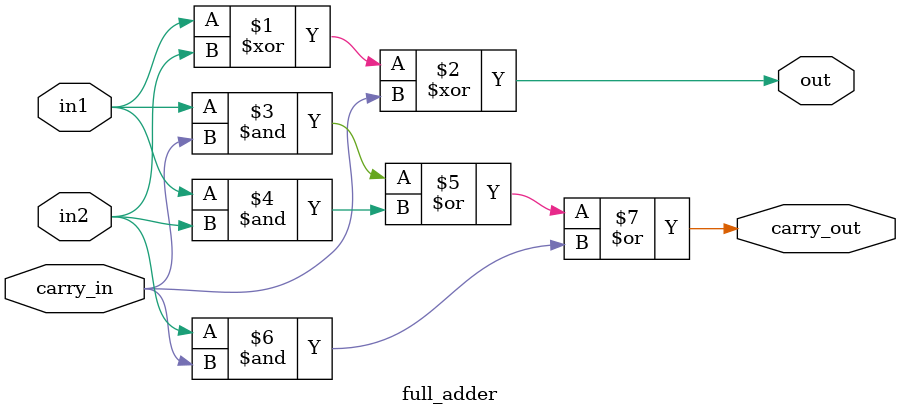
<source format=v>
module Adder_32bit (sum, overflow, data1, data2);
	output [31:0]sum;
	output overflow;
	input [31:0]data1,data2;
   
	wire  carry_out;
	wire [31:0] carry;
   
	genvar i;
   	generate 
		for(i=0; i<32; i=i+1)
			begin: Adder_32bit
				if(i==0) 
					half_adder f(sum[0], carry[0], data1[0], data2[0]);
				else
					full_adder f(sum[i], carry[i], data1[i], data2[i], carry[i-1]);
			end
   	endgenerate
	assign carry_out = carry[31];
	assign overflow=(data1[31]==1'b0 & data2[31]==1'b0 & sum[31]==1'b1)|(data1[31]==1'b1 & data2[31]==1'b1 & sum[31]==1'b0);
	
endmodule 
 
 
module half_adder(out, carry, in1, in2);
   output out, carry;
	input in1, in2;
	
   assign out = in1^in2;
   assign carry = in1&in2;

endmodule // half adder
 
 
module full_adder(out, carry_out, in1, in2, carry_in);
   output out, carry_out;
	input in1, in2, carry_in;
	
	assign out = (in1^in2) ^ carry_in;
	assign carry_out = (in1&carry_in) | (in1&in2) | (in2&carry_in);
	
endmodule // full_adder
</source>
